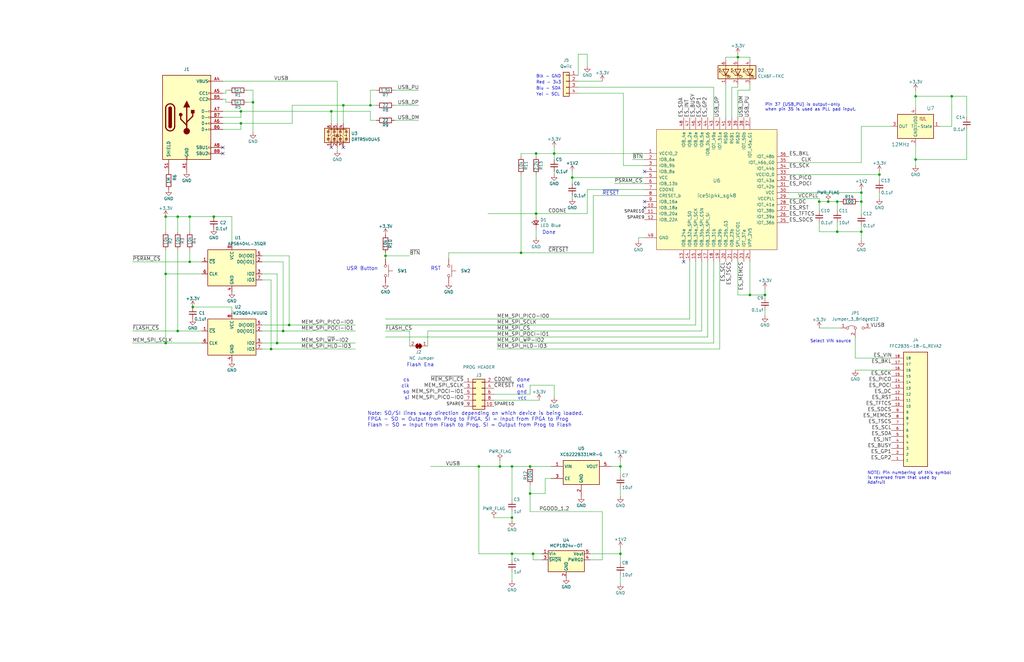
<source format=kicad_sch>
(kicad_sch (version 20211123) (generator eeschema)
  (paper "B")
  (title_block (title "up5k_feather") (date "2021-01-22") (rev "0.1") (company "KBADC"))
  (junction (at 69.85 115.57))
  (junction (at 226.06 90.17))
  (junction (at 215.9 196.85))
  (junction (at 90.17 91.44))
  (junction (at 80.01 110.49))
  (junction (at 241.3 74.93))
  (junction (at 201.93 196.85))
  (junction (at 101.6 46.99))
  (junction (at 223.52 196.85))
  (junction (at 80.01 91.44))
  (junction (at 74.93 139.7))
  (junction (at 114.3 147.32))
  (junction (at 322.58 124.46))
  (junction (at 363.22 85.09))
  (junction (at 401.32 40.64))
  (junction (at 353.06 85.09))
  (junction (at 215.9 218.44))
  (junction (at 316.23 124.46))
  (junction (at 121.92 137.16))
  (junction (at 261.62 196.85))
  (junction (at 226.06 64.77))
  (junction (at 74.93 91.44))
  (junction (at 233.68 64.77))
  (junction (at 162.56 107.95))
  (junction (at 69.85 144.78))
  (junction (at 223.52 208.28))
  (junction (at 363.22 81.28))
  (junction (at 69.85 91.44))
  (junction (at 311.15 24.13))
  (junction (at 345.44 85.09))
  (junction (at 156.21 44.45))
  (junction (at 261.62 233.68))
  (junction (at 101.6 52.07))
  (junction (at 224.79 233.68))
  (junction (at 215.9 233.68))
  (junction (at 119.38 139.7))
  (junction (at 144.78 44.45))
  (junction (at 219.71 106.68))
  (junction (at 386.08 67.31))
  (junction (at 353.06 97.79))
  (junction (at 370.84 73.66))
  (junction (at 349.25 85.09))
  (junction (at 139.7 46.99))
  (junction (at 363.22 97.79))
  (junction (at 81.28 129.54))
  (junction (at 106.68 43.18))
  (junction (at 386.08 40.64))
  (junction (at 210.82 196.85))
  (junction (at 116.84 144.78))
  (no_connect (at 144.78 62.23))
  (no_connect (at 93.98 62.23))
  (no_connect (at 93.98 64.77))
  (no_connect (at 271.78 72.39))
  (no_connect (at 288.29 110.49))
  (no_connect (at 271.78 87.63))
  (no_connect (at 271.78 85.09))
  (no_connect (at 139.7 62.23))
  (wire (pts (xy 110.49 137.16) (xy 121.92 137.16)))
  (wire (pts (xy 85.09 115.57) (xy 69.85 115.57)))
  (wire (pts (xy 101.6 46.99) (xy 139.7 46.99)))
  (wire (pts (xy 156.21 50.8) (xy 158.75 50.8)))
  (wire (pts (xy 298.45 142.24) (xy 298.45 110.49)))
  (wire (pts (xy 172.72 139.7) (xy 172.72 146.05)))
  (wire (pts (xy 156.21 46.99) (xy 156.21 50.8)))
  (wire (pts (xy 262.89 39.37) (xy 243.84 39.37)))
  (wire (pts (xy 229.87 208.28) (xy 223.52 208.28)))
  (wire (pts (xy 226.06 96.52) (xy 226.06 100.33)))
  (wire (pts (xy 360.68 151.13) (xy 375.92 151.13)))
  (wire (pts (xy 229.87 201.93) (xy 229.87 208.28)))
  (wire (pts (xy 93.98 41.91) (xy 95.25 41.91)))
  (wire (pts (xy 223.52 162.56) (xy 233.68 162.56)))
  (wire (pts (xy 201.93 233.68) (xy 215.9 233.68)))
  (wire (pts (xy 162.56 107.95) (xy 172.72 107.95)))
  (wire (pts (xy 250.19 106.68) (xy 219.71 106.68)))
  (wire (pts (xy 144.78 52.07) (xy 144.78 44.45)))
  (wire (pts (xy 208.28 218.44) (xy 215.9 218.44)))
  (wire (pts (xy 332.74 73.66) (xy 370.84 73.66)))
  (wire (pts (xy 162.56 134.62) (xy 290.83 134.62)))
  (wire (pts (xy 370.84 72.39) (xy 370.84 73.66)))
  (wire (pts (xy 386.08 38.1) (xy 386.08 40.64)))
  (wire (pts (xy 316.23 24.13) (xy 311.15 24.13)))
  (wire (pts (xy 224.79 233.68) (xy 228.6 233.68)))
  (wire (pts (xy 316.23 110.49) (xy 316.23 124.46)))
  (wire (pts (xy 233.68 64.77) (xy 233.68 67.31)))
  (wire (pts (xy 223.52 196.85) (xy 232.41 196.85)))
  (wire (pts (xy 110.49 115.57) (xy 116.84 115.57)))
  (wire (pts (xy 407.67 40.64) (xy 401.32 40.64)))
  (wire (pts (xy 345.44 138.43) (xy 354.33 138.43)))
  (wire (pts (xy 311.15 25.4) (xy 311.15 24.13)))
  (wire (pts (xy 116.84 144.78) (xy 149.86 144.78)))
  (wire (pts (xy 233.68 62.23) (xy 233.68 64.77)))
  (wire (pts (xy 90.17 91.44) (xy 80.01 91.44)))
  (wire (pts (xy 69.85 144.78) (xy 85.09 144.78)))
  (wire (pts (xy 345.44 85.09) (xy 345.44 88.9)))
  (wire (pts (xy 176.53 44.45) (xy 166.37 44.45)))
  (wire (pts (xy 114.3 147.32) (xy 149.86 147.32)))
  (wire (pts (xy 110.49 147.32) (xy 114.3 147.32)))
  (wire (pts (xy 241.3 82.55) (xy 241.3 83.82)))
  (wire (pts (xy 308.61 36.83) (xy 308.61 49.53)))
  (wire (pts (xy 104.14 38.1) (xy 106.68 38.1)))
  (wire (pts (xy 311.15 38.1) (xy 316.23 38.1)))
  (wire (pts (xy 226.06 64.77) (xy 233.68 64.77)))
  (wire (pts (xy 74.93 97.79) (xy 74.93 91.44)))
  (wire (pts (xy 261.62 205.74) (xy 261.62 209.55)))
  (wire (pts (xy 219.71 64.77) (xy 226.06 64.77)))
  (wire (pts (xy 311.15 35.56) (xy 311.15 36.83)))
  (wire (pts (xy 80.01 97.79) (xy 80.01 91.44)))
  (wire (pts (xy 81.28 129.54) (xy 97.79 129.54)))
  (wire (pts (xy 271.78 80.01) (xy 247.65 80.01)))
  (wire (pts (xy 316.23 38.1) (xy 316.23 35.56)))
  (wire (pts (xy 110.49 144.78) (xy 116.84 144.78)))
  (wire (pts (xy 360.68 142.24) (xy 360.68 151.13)))
  (wire (pts (xy 139.7 52.07) (xy 139.7 46.99)))
  (wire (pts (xy 69.85 91.44) (xy 69.85 97.79)))
  (wire (pts (xy 121.92 137.16) (xy 149.86 137.16)))
  (wire (pts (xy 363.22 68.58) (xy 363.22 53.34)))
  (wire (pts (xy 232.41 201.93) (xy 229.87 201.93)))
  (wire (pts (xy 226.06 90.17) (xy 226.06 91.44)))
  (wire (pts (xy 93.98 54.61) (xy 101.6 54.61)))
  (wire (pts (xy 247.65 22.86) (xy 247.65 27.94)))
  (wire (pts (xy 407.67 54.61) (xy 407.67 67.31)))
  (wire (pts (xy 55.88 110.49) (xy 80.01 110.49)))
  (wire (pts (xy 201.93 196.85) (xy 210.82 196.85)))
  (wire (pts (xy 119.38 139.7) (xy 149.86 139.7)))
  (wire (pts (xy 215.9 241.3) (xy 215.9 245.11)))
  (wire (pts (xy 261.62 194.31) (xy 261.62 196.85)))
  (wire (pts (xy 303.53 110.49) (xy 303.53 147.32)))
  (wire (pts (xy 293.37 137.16) (xy 293.37 110.49)))
  (wire (pts (xy 93.98 46.99) (xy 101.6 46.99)))
  (wire (pts (xy 271.78 77.47) (xy 259.08 77.47)))
  (wire (pts (xy 123.19 44.45) (xy 144.78 44.45)))
  (wire (pts (xy 219.71 106.68) (xy 219.71 73.66)))
  (wire (pts (xy 189.23 106.68) (xy 219.71 106.68)))
  (wire (pts (xy 95.25 43.18) (xy 96.52 43.18)))
  (wire (pts (xy 353.06 97.79) (xy 363.22 97.79)))
  (wire (pts (xy 295.91 139.7) (xy 295.91 110.49)))
  (wire (pts (xy 353.06 85.09) (xy 353.06 88.9)))
  (wire (pts (xy 271.78 69.85) (xy 262.89 69.85)))
  (wire (pts (xy 106.68 38.1) (xy 106.68 43.18)))
  (wire (pts (xy 106.68 43.18) (xy 106.68 55.88)))
  (wire (pts (xy 95.25 38.1) (xy 96.52 38.1)))
  (wire (pts (xy 311.15 110.49) (xy 311.15 124.46)))
  (wire (pts (xy 261.62 242.57) (xy 261.62 246.38)))
  (wire (pts (xy 353.06 93.98) (xy 353.06 97.79)))
  (wire (pts (xy 370.84 81.28) (xy 370.84 83.82)))
  (wire (pts (xy 223.52 215.9) (xy 223.52 208.28)))
  (wire (pts (xy 110.49 110.49) (xy 119.38 110.49)))
  (wire (pts (xy 271.78 67.31) (xy 266.7 67.31)))
  (wire (pts (xy 176.53 50.8) (xy 166.37 50.8)))
  (wire (pts (xy 210.82 196.85) (xy 215.9 196.85)))
  (wire (pts (xy 215.9 218.44) (xy 215.9 219.71)))
  (wire (pts (xy 363.22 53.34) (xy 375.92 53.34)))
  (wire (pts (xy 361.95 85.09) (xy 363.22 85.09)))
  (wire (pts (xy 345.44 93.98) (xy 345.44 97.79)))
  (wire (pts (xy 300.99 36.83) (xy 300.99 49.53)))
  (wire (pts (xy 345.44 85.09) (xy 349.25 85.09)))
  (wire (pts (xy 95.25 39.37) (xy 95.25 38.1)))
  (wire (pts (xy 142.24 63.5) (xy 142.24 62.23)))
  (wire (pts (xy 180.34 139.7) (xy 180.34 146.05)))
  (wire (pts (xy 363.22 81.28) (xy 363.22 85.09)))
  (wire (pts (xy 247.65 90.17) (xy 226.06 90.17)))
  (wire (pts (xy 271.78 74.93) (xy 241.3 74.93)))
  (wire (pts (xy 95.25 41.91) (xy 95.25 43.18)))
  (wire (pts (xy 243.84 34.29) (xy 254 34.29)))
  (wire (pts (xy 401.32 53.34) (xy 401.32 40.64)))
  (wire (pts (xy 142.24 52.07) (xy 142.24 34.29)))
  (wire (pts (xy 116.84 115.57) (xy 116.84 144.78)))
  (wire (pts (xy 271.78 82.55) (xy 250.19 82.55)))
  (wire (pts (xy 215.9 196.85) (xy 215.9 210.82)))
  (wire (pts (xy 386.08 67.31) (xy 407.67 67.31)))
  (wire (pts (xy 241.3 72.39) (xy 241.3 74.93)))
  (wire (pts (xy 386.08 67.31) (xy 386.08 69.85)))
  (wire (pts (xy 311.15 24.13) (xy 311.15 22.86)))
  (wire (pts (xy 233.68 72.39) (xy 233.68 73.66)))
  (wire (pts (xy 332.74 83.82) (xy 345.44 83.82)))
  (wire (pts (xy 97.79 102.87) (xy 97.79 91.44)))
  (wire (pts (xy 316.23 124.46) (xy 322.58 124.46)))
  (wire (pts (xy 69.85 105.41) (xy 69.85 115.57)))
  (wire (pts (xy 271.78 100.33) (xy 269.24 100.33)))
  (wire (pts (xy 261.62 231.14) (xy 261.62 233.68)))
  (wire (pts (xy 322.58 124.46) (xy 322.58 125.73)))
  (wire (pts (xy 156.21 38.1) (xy 156.21 44.45)))
  (wire (pts (xy 241.3 74.93) (xy 241.3 77.47)))
  (wire (pts (xy 370.84 73.66) (xy 370.84 76.2)))
  (wire (pts (xy 74.93 91.44) (xy 69.85 91.44)))
  (wire (pts (xy 110.49 139.7) (xy 119.38 139.7)))
  (wire (pts (xy 162.56 142.24) (xy 298.45 142.24)))
  (wire (pts (xy 215.9 196.85) (xy 223.52 196.85)))
  (wire (pts (xy 189.23 106.68) (xy 189.23 109.22)))
  (wire (pts (xy 158.75 38.1) (xy 156.21 38.1)))
  (wire (pts (xy 233.68 162.56) (xy 233.68 167.64)))
  (wire (pts (xy 208.28 166.37) (xy 223.52 166.37)))
  (wire (pts (xy 248.92 236.22) (xy 254 236.22)))
  (wire (pts (xy 223.52 208.28) (xy 223.52 204.47)))
  (wire (pts (xy 243.84 36.83) (xy 300.99 36.83)))
  (wire (pts (xy 110.49 107.95) (xy 121.92 107.95)))
  (wire (pts (xy 80.01 91.44) (xy 74.93 91.44)))
  (wire (pts (xy 162.56 109.22) (xy 162.56 107.95)))
  (wire (pts (xy 215.9 233.68) (xy 215.9 236.22)))
  (wire (pts (xy 181.61 196.85) (xy 201.93 196.85)))
  (wire (pts (xy 250.19 82.55) (xy 250.19 106.68)))
  (wire (pts (xy 104.14 43.18) (xy 106.68 43.18)))
  (wire (pts (xy 316.23 25.4) (xy 316.23 24.13)))
  (wire (pts (xy 349.25 85.09) (xy 353.06 85.09)))
  (wire (pts (xy 119.38 110.49) (xy 119.38 139.7)))
  (wire (pts (xy 290.83 134.62) (xy 290.83 110.49)))
  (wire (pts (xy 226.06 73.66) (xy 226.06 90.17)))
  (wire (pts (xy 110.49 118.11) (xy 114.3 118.11)))
  (wire (pts (xy 311.15 36.83) (xy 308.61 36.83)))
  (wire (pts (xy 254 215.9) (xy 223.52 215.9)))
  (wire (pts (xy 306.07 35.56) (xy 306.07 49.53)))
  (wire (pts (xy 262.89 69.85) (xy 262.89 39.37)))
  (wire (pts (xy 407.67 40.64) (xy 407.67 49.53)))
  (wire (pts (xy 180.34 139.7) (xy 295.91 139.7)))
  (wire (pts (xy 396.24 53.34) (xy 401.32 53.34)))
  (wire (pts (xy 93.98 34.29) (xy 142.24 34.29)))
  (wire (pts (xy 233.68 64.77) (xy 271.78 64.77)))
  (wire (pts (xy 363.22 95.25) (xy 363.22 97.79)))
  (wire (pts (xy 114.3 118.11) (xy 114.3 147.32)))
  (wire (pts (xy 311.15 38.1) (xy 311.15 49.53)))
  (wire (pts (xy 386.08 60.96) (xy 386.08 67.31)))
  (wire (pts (xy 401.32 40.64) (xy 386.08 40.64)))
  (wire (pts (xy 144.78 44.45) (xy 156.21 44.45)))
  (wire (pts (xy 363.22 97.79) (xy 363.22 101.6)))
  (wire (pts (xy 69.85 115.57) (xy 69.85 144.78)))
  (wire (pts (xy 303.53 147.32) (xy 209.55 147.32)))
  (wire (pts (xy 363.22 80.01) (xy 363.22 81.28)))
  (wire (pts (xy 363.22 85.09) (xy 363.22 90.17)))
  (wire (pts (xy 139.7 46.99) (xy 156.21 46.99)))
  (wire (pts (xy 208.28 168.91) (xy 227.33 168.91)))
  (wire (pts (xy 375.92 156.21) (xy 360.68 156.21)))
  (wire (pts (xy 55.88 144.78) (xy 69.85 144.78)))
  (wire (pts (xy 80.01 105.41) (xy 80.01 110.49)))
  (wire (pts (xy 300.99 110.49) (xy 300.99 144.78)))
  (wire (pts (xy 74.93 139.7) (xy 85.09 139.7)))
  (wire (pts (xy 97.79 91.44) (xy 90.17 91.44)))
  (wire (pts (xy 215.9 233.68) (xy 224.79 233.68)))
  (wire (pts (xy 162.56 137.16) (xy 293.37 137.16)))
  (wire (pts (xy 223.52 166.37) (xy 223.52 162.56)))
  (wire (pts (xy 332.74 68.58) (xy 363.22 68.58)))
  (wire (pts (xy 172.72 139.7) (xy 162.56 139.7)))
  (wire (pts (xy 121.92 107.95) (xy 121.92 137.16)))
  (wire (pts (xy 261.62 233.68) (xy 261.62 237.49)))
  (wire (pts (xy 55.88 139.7) (xy 74.93 139.7)))
  (wire (pts (xy 101.6 49.53) (xy 101.6 46.99)))
  (wire (pts (xy 101.6 52.07) (xy 123.19 52.07)))
  (wire (pts (xy 219.71 64.77) (xy 219.71 66.04)))
  (wire (pts (xy 201.93 196.85) (xy 201.93 233.68)))
  (wire (pts (xy 166.37 38.1) (xy 176.53 38.1)))
  (wire (pts (xy 224.79 236.22) (xy 228.6 236.22)))
  (wire (pts (xy 345.44 97.79) (xy 353.06 97.79)))
  (wire (pts (xy 93.98 39.37) (xy 95.25 39.37)))
  (wire (pts (xy 93.98 52.07) (xy 101.6 52.07)))
  (wire (pts (xy 156.21 44.45) (xy 158.75 44.45)))
  (wire (pts (xy 353.06 85.09) (xy 354.33 85.09)))
  (wire (pts (xy 93.98 49.53) (xy 101.6 49.53)))
  (wire (pts (xy 247.65 80.01) (xy 247.65 90.17)))
  (wire (pts (xy 210.82 194.31) (xy 210.82 196.85)))
  (wire (pts (xy 254 236.22) (xy 254 215.9)))
  (wire (pts (xy 300.99 144.78) (xy 209.55 144.78)))
  (wire (pts (xy 345.44 83.82) (xy 345.44 85.09)))
  (wire (pts (xy 261.62 196.85) (xy 261.62 200.66)))
  (wire (pts (xy 306.07 25.4) (xy 306.07 24.13)))
  (wire (pts (xy 316.23 124.46) (xy 311.15 124.46)))
  (wire (pts (xy 243.84 22.86) (xy 247.65 22.86)))
  (wire (pts (xy 306.07 24.13) (xy 311.15 24.13)))
  (wire (pts (xy 322.58 130.81) (xy 322.58 133.35)))
  (wire (pts (xy 243.84 31.75) (xy 243.84 22.86)))
  (wire (pts (xy 74.93 105.41) (xy 74.93 139.7)))
  (wire (pts (xy 97.79 132.08) (xy 97.79 129.54)))
  (wire (pts (xy 101.6 54.61) (xy 101.6 52.07)))
  (wire (pts (xy 257.81 196.85) (xy 261.62 196.85)))
  (wire (pts (xy 322.58 121.92) (xy 322.58 124.46)))
  (wire (pts (xy 123.19 52.07) (xy 123.19 44.45)))
  (wire (pts (xy 386.08 40.64) (xy 386.08 45.72)))
  (wire (pts (xy 332.74 81.28) (xy 363.22 81.28)))
  (wire (pts (xy 215.9 215.9) (xy 215.9 218.44)))
  (wire (pts (xy 248.92 233.68) (xy 261.62 233.68)))
  (wire (pts (xy 269.24 100.33) (xy 269.24 101.6)))
  (wire (pts (xy 162.56 107.95) (xy 162.56 106.68)))
  (wire (pts (xy 205.74 90.17) (xy 226.06 90.17)))
  (wire (pts (xy 80.01 110.49) (xy 85.09 110.49)))
  (wire (pts (xy 224.79 233.68) (xy 224.79 236.22)))
  (wire (pts (xy 226.06 64.77) (xy 226.06 66.04)))
  (text "vcc" (at 222.25 168.91 180) (effects (font (size 1.524 1.524)) (justify right bottom)))
  (text "done" (at 223.52 161.29 180) (effects (font (size 1.524 1.524)) (justify right bottom)))
  (text "Yel - SCL" (at 226.06 40.64 0) (effects (font (size 1.27 1.27)) (justify left bottom)))
  (text "RST" (at 181.61 114.3 0) (effects (font (size 1.524 1.524)) (justify left bottom)))
  (text "Blk - GND" (at 226.06 33.02 0) (effects (font (size 1.27 1.27)) (justify left bottom)))
  (text "USR Button" (at 146.05 114.3 0) (effects (font (size 1.524 1.524)) (justify left bottom)))
  (text "Red - 3v3" (at 226.06 35.56 0) (effects (font (size 1.27 1.27)) (justify left bottom)))
  (text "Note: SO/SI lines swap direction depending on which device is being loaded.\nFPGA - SO = Output from Prog to FPGA, SI = Input from FPGA to Prog\nFlash - SO = Input from Flash to Prog, SI = Output from Prog to Flash" (at 154.94 180.34 0) (effects (font (size 1.524 1.524)) (justify left bottom)))
  (text "Done" (at 228.6 99.06 0) (effects (font (size 1.524 1.524)) (justify left bottom)))
  (text "so" (at 172.72 166.37 180) (effects (font (size 1.524 1.524)) (justify right bottom)))
  (text "gnd" (at 222.25 166.37 180) (effects (font (size 1.524 1.524)) (justify right bottom)))
  (text "Flash Ena" (at 171.45 154.94 0) (effects (font (size 1.524 1.524)) (justify left bottom)))
  (text "cs" (at 172.72 161.29 180) (effects (font (size 1.524 1.524)) (justify right bottom)))
  (text "clk" (at 172.72 163.83 180) (effects (font (size 1.524 1.524)) (justify right bottom)))
  (text "Pin 37 (USB_PU) is output-only\nwhen pin 35 is used as PLL pad input." (at 322.58 46.99 0) (effects (font (size 1.27 1.27)) (justify left bottom)))
  (text "NOTE: Pin numbering of this symbol\nis reversed from that used by\nAdafruit " (at 365.76 204.47 0) (effects (font (size 1.27 1.27)) (justify left bottom)))
  (text "Blu - SDA" (at 226.06 38.1 0) (effects (font (size 1.27 1.27)) (justify left bottom)))
  (text "rst" (at 220.98 163.83 180) (effects (font (size 1.524 1.524)) (justify right bottom)))
  (text "~{RESET}" (at 254 82.55 0) (effects (font (size 1.524 1.524)) (justify left bottom)))
  (text "si" (at 172.72 168.91 180) (effects (font (size 1.524 1.524)) (justify right bottom)))
  (text "Select VIN source" (at 341.63 144.78 0) (effects (font (size 1.27 1.27)) (justify left bottom)))
  (label "VUSB" (at 187.96 196.85 0) (effects (font (size 1.524 1.524))))
  (label "ES_INT" (at 375.92 186.69 180) (effects (font (size 1.524 1.524))))
  (label "CDONE" (at 208.28 161.29 0) (effects (font (size 1.524 1.524))))
  (label "ES_RST" (at 375.92 168.91 180) (effects (font (size 1.524 1.524))))
  (label "ES_MEMCS" (at 313.69 110.49 270) (effects (font (size 1.524 1.524))))
  (label "VUSB" (at 115.57 34.29 0) (effects (font (size 1.524 1.524))))
  (label "ES_TFTCS" (at 375.92 171.45 180) (effects (font (size 1.524 1.524))))
  (label "~{MEM_SPI_CS}" (at 195.58 161.29 180) (effects (font (size 1.524 1.524))))
  (label "MEM_SPI_~{HLD}-IO3" (at 127 147.32 0) (effects (font (size 1.524 1.524))))
  (label "ES_INT" (at 290.83 49.53 90) (effects (font (size 1.524 1.524))))
  (label "ES_GP2" (at 375.92 194.31 180) (effects (font (size 1.524 1.524))))
  (label "ES_VIN" (at 368.3 151.13 0) (effects (font (size 1.524 1.524))))
  (label "MEM_SPI_~{WP}-IO2" (at 209.55 144.78 0) (effects (font (size 1.524 1.524))))
  (label "ES_TSCS" (at 308.61 110.49 270) (effects (font (size 1.524 1.524))))
  (label "MEM_SPI_PICO-IO0" (at 209.55 134.62 0) (effects (font (size 1.524 1.524))))
  (label "ES_POCI" (at 332.74 78.74 0) (effects (font (size 1.524 1.524))))
  (label "MEM_SPI_SCLK" (at 55.88 144.78 0) (effects (font (size 1.524 1.524))))
  (label "ES_SCK" (at 375.92 158.75 180) (effects (font (size 1.524 1.524))))
  (label "VUSB" (at 367.03 138.43 0) (effects (font (size 1.524 1.524))))
  (label "MEM_SPI_POCI-IO1" (at 127 139.7 0) (effects (font (size 1.524 1.524))))
  (label "USB_DM" (at 313.69 49.53 90) (effects (font (size 1.524 1.524))))
  (label "VCCPLL" (at 336.55 83.82 0) (effects (font (size 1.524 1.524))))
  (label "PGOOD_1.2" (at 227.33 215.9 0) (effects (font (size 1.524 1.524))))
  (label "~{FLASH_CS}" (at 55.88 139.7 0) (effects (font (size 1.524 1.524))))
  (label "~{MEM_SPI_CS}" (at 209.55 139.7 0) (effects (font (size 1.524 1.524))))
  (label "USB_PU" (at 316.23 49.53 90) (effects (font (size 1.524 1.524))))
  (label "ES_PICO" (at 375.92 161.29 180) (effects (font (size 1.524 1.524))))
  (label "MEM_SPI_POCI-IO1" (at 195.58 166.37 180) (effects (font (size 1.524 1.524))))
  (label "SPARE10" (at 208.28 171.45 0))
  (label "~{BTN}" (at 172.72 107.95 0) (effects (font (size 1.524 1.524))))
  (label "ES_GP1" (at 375.92 191.77 180) (effects (font (size 1.524 1.524))))
  (label "ES_DC" (at 375.92 166.37 180) (effects (font (size 1.524 1.524))))
  (label "ES_POCI" (at 375.92 163.83 180) (effects (font (size 1.524 1.524))))
  (label "ES_GP1" (at 295.91 49.53 90) (effects (font (size 1.524 1.524))))
  (label "ES_BKL" (at 332.74 66.04 0) (effects (font (size 1.524 1.524))))
  (label "SPARE9" (at 271.78 92.71 180))
  (label "ES_DC" (at 332.74 86.36 0) (effects (font (size 1.524 1.524))))
  (label "ES_MEMCS" (at 375.92 176.53 180) (effects (font (size 1.524 1.524))))
  (label "ES_SDA" (at 288.29 49.53 90) (effects (font (size 1.524 1.524))))
  (label "ES_SDCS" (at 332.74 93.98 0) (effects (font (size 1.524 1.524))))
  (label "~{PSRAM_CS}" (at 55.88 110.49 0) (effects (font (size 1.524 1.524))))
  (label "~{PSRAM_CS}" (at 259.08 77.47 0) (effects (font (size 1.524 1.524))))
  (label "MEM_SPI_~{WP}-IO2" (at 127 144.78 0) (effects (font (size 1.524 1.524))))
  (label "SPARE9" (at 195.58 171.45 180))
  (label "ES_SDCS" (at 375.92 173.99 180) (effects (font (size 1.524 1.524))))
  (label "ES_SCK" (at 332.74 71.12 0) (effects (font (size 1.524 1.524))))
  (label "ES_GP2" (at 298.45 49.53 90) (effects (font (size 1.524 1.524))))
  (label "MEM_SPI_POCI-IO1" (at 209.55 142.24 0) (effects (font (size 1.524 1.524))))
  (label "ES_PICO" (at 332.74 76.2 0) (effects (font (size 1.524 1.524))))
  (label "MEM_SPI_~{HLD}-IO3" (at 209.55 147.32 0) (effects (font (size 1.524 1.524))))
  (label "MEM_SPI_PICO-IO0" (at 127 137.16 0) (effects (font (size 1.524 1.524))))
  (label "ES_SCL" (at 306.07 110.49 270) (effects (font (size 1.524 1.524))))
  (label "SPARE10" (at 271.78 90.17 180))
  (label "~{BTN}" (at 266.7 67.31 0) (effects (font (size 1.524 1.524))))
  (label "~{CRESET}" (at 231.14 106.68 0) (effects (font (size 1.524 1.524))))
  (label "ES_RST" (at 332.74 88.9 0) (effects (font (size 1.524 1.524))))
  (label "USB_DP" (at 167.64 44.45 0) (effects (font (size 1.524 1.524))))
  (label "USB_DP" (at 303.53 49.53 90) (effects (font (size 1.524 1.524))))
  (label "ES_TFTCS" (at 332.74 91.44 0) (effects (font (size 1.524 1.524))))
  (label "~{FLASH_CS}" (at 162.56 139.7 0) (effects (font (size 1.524 1.524))))
  (label "MEM_SPI_SCLK" (at 209.55 137.16 0) (effects (font (size 1.524 1.524))))
  (label "ES_BUSY" (at 293.37 49.53 90) (effects (font (size 1.524 1.524))))
  (label "MEM_SPI_SCLK" (at 195.58 163.83 180) (effects (font (size 1.524 1.524))))
  (label "USB_DM" (at 167.64 50.8 0) (effects (font (size 1.524 1.524))))
  (label "~{CRESET}" (at 208.28 163.83 0) (effects (font (size 1.524 1.524))))
  (label "CDONE" (at 231.14 90.17 0) (effects (font (size 1.524 1.524))))
  (label "ES_TSCS" (at 375.92 179.07 180) (effects (font (size 1.524 1.524))))
  (label "MEM_SPI_PICO-IO0" (at 195.58 168.91 180) (effects (font (size 1.524 1.524))))
  (label "CLK" (at 337.82 68.58 0) (effects (font (size 1.524 1.524))))
  (label "ES_SCL" (at 375.92 181.61 180) (effects (font (size 1.524 1.524))))
  (label "ES_BUSY" (at 375.92 189.23 180) (effects (font (size 1.524 1.524))))
  (label "ES_BKL" (at 375.92 153.67 180) (effects (font (size 1.524 1.524))))
  (label "ES_SDA" (at 375.92 184.15 180) (effects (font (size 1.524 1.524))))
  (label "USB_PU" (at 167.64 38.1 0) (effects (font (size 1.524 1.524))))
  (symbol (lib_id "power:GND") (at 238.76 243.84 0) (unit 1)
    (property "Reference" "#PWR020" (effects hide))
    (property "Value" "GND" (at 238.76 247.65 0))
  )
  (symbol (lib_id "power:+3.3V") (at 261.62 194.31 0) (unit 1)
    (property "Reference" "#PWR024" (effects hide))
    (property "Value" "+3.3V" (at 261.62 190.754 0))
  )
  (symbol (lib_id "power:+1V2") (at 261.62 231.14 0) (unit 1)
    (property "Reference" "#PWR026" (effects hide))
    (property "Value" "+1V2" (at 261.62 227.584 0))
  )
  (symbol (lib_id "Device:C_Small") (at 215.9 213.36 0) (unit 1)
    (property "Reference" "C3" (at 216.535 210.82 0) (effects (justify left)))
    (property "Value" "1uf" (at 216.535 215.9 0) (effects (justify left)))
    (property "Footprint" "Capacitor_SMD:C_0402_1005Metric" (effects hide))
  )
  (symbol (lib_id "Device:C_Small") (at 215.9 238.76 0) (unit 1)
    (property "Reference" "C4" (at 216.535 236.22 0) (effects (justify left)))
    (property "Value" "1uf" (at 216.535 241.3 0) (effects (justify left)))
    (property "Footprint" "Capacitor_SMD:C_0402_1005Metric" (effects hide))
  )
  (symbol (lib_id "power:GND") (at 215.9 245.11 0) (unit 1)
    (property "Reference" "#PWR015" (effects hide))
    (property "Value" "GND" (at 215.9 248.92 0))
  )
  (symbol (lib_id "power:GND") (at 261.62 246.38 0) (unit 1)
    (property "Reference" "#PWR027" (effects hide))
    (property "Value" "GND" (at 261.62 250.19 0))
  )
  (symbol (lib_id "power:GND") (at 245.11 209.55 0) (unit 1)
    (property "Reference" "#PWR023" (effects hide))
    (property "Value" "GND" (at 245.11 213.36 0))
  )
  (symbol (lib_id "power:GND") (at 261.62 209.55 0) (unit 1)
    (property "Reference" "#PWR025" (effects hide))
    (property "Value" "GND" (at 261.62 213.36 0))
  )
  (symbol (lib_id "power:GND") (at 215.9 219.71 0) (unit 1)
    (property "Reference" "#PWR014" (effects hide))
    (property "Value" "GND" (at 215.9 223.52 0))
  )
  (symbol (lib_id "Device:C_Small") (at 261.62 203.2 0) (unit 1)
    (property "Reference" "C7" (at 262.255 200.66 0) (effects (justify left)))
    (property "Value" "10uf" (at 262.255 205.74 0) (effects (justify left)))
    (property "Footprint" "Capacitor_SMD:C_0805_2012Metric" (effects hide))
  )
  (symbol (lib_id "Device:C_Small") (at 261.62 240.03 0) (unit 1)
    (property "Reference" "C8" (at 262.255 237.49 0) (effects (justify left)))
    (property "Value" "10uf" (at 262.255 242.57 0) (effects (justify left)))
    (property "Footprint" "Capacitor_SMD:C_0805_2012Metric" (effects hide))
  )
  (symbol (lib_id "power:+3.3V") (at 233.68 62.23 0) (unit 1)
    (property "Reference" "#PWR018" (effects hide))
    (property "Value" "+3.3V" (at 233.68 58.674 0))
  )
  (symbol (lib_id "Device:C_Small") (at 241.3 80.01 0) (unit 1)
    (property "Reference" "C6" (at 241.935 77.47 0) (effects (justify left)))
    (property "Value" "0.1uf" (at 241.935 82.55 0) (effects (justify left)))
    (property "Footprint" "Capacitor_SMD:C_0402_1005Metric" (effects hide))
  )
  (symbol (lib_id "power:GND") (at 241.3 83.82 0) (unit 1)
    (property "Reference" "#PWR022" (effects hide))
    (property "Value" "GND" (at 241.3 87.63 0))
  )
  (symbol (lib_id "power:+1V2") (at 241.3 72.39 0) (unit 1)
    (property "Reference" "#PWR021" (effects hide))
    (property "Value" "+1V2" (at 241.3 68.834 0))
  )
  (symbol (lib_id "Device:R") (at 226.06 69.85 0) (unit 1)
    (property "Reference" "R13" (at 228.092 69.85 90))
    (property "Value" "2.2k" (at 226.06 69.85 90))
    (property "Footprint" "Resistor_SMD:R_0402_1005Metric" (effects hide))
  )
  (symbol (lib_id "Device:C_Small") (at 233.68 69.85 0) (unit 1)
    (property "Reference" "C5" (at 234.315 67.31 0) (effects (justify left)))
    (property "Value" "0.1uf" (at 234.315 72.39 0) (effects (justify left)))
    (property "Footprint" "Capacitor_SMD:C_0402_1005Metric" (effects hide))
  )
  (symbol (lib_id "power:GND") (at 233.68 73.66 0) (unit 1)
    (property "Reference" "#PWR019" (effects hide))
    (property "Value" "GND" (at 233.68 77.47 0))
  )
  (symbol (lib_id "power:GND") (at 226.06 100.33 0) (unit 1)
    (property "Reference" "#PWR017" (effects hide))
    (property "Value" "GND" (at 226.06 104.14 0))
  )
  (symbol (lib_id "Device:R") (at 219.71 69.85 0) (unit 1)
    (property "Reference" "R11" (at 221.742 69.85 90))
    (property "Value" "10k" (at 219.71 69.85 90))
    (property "Footprint" "Resistor_SMD:R_0402_1005Metric" (effects hide))
  )
  (symbol (lib_id "power:+3.3V") (at 311.15 22.86 0) (unit 1)
    (property "Reference" "#PWR029" (effects hide))
    (property "Value" "+3.3V" (at 311.15 19.304 0))
  )
  (symbol (lib_id "Device:C_Small") (at 370.84 78.74 0) (unit 1)
    (property "Reference" "C13" (at 371.475 76.2 0) (effects (justify left)))
    (property "Value" "0.1uf" (at 371.475 81.28 0) (effects (justify left)))
    (property "Footprint" "Capacitor_SMD:C_0402_1005Metric" (effects hide))
  )
  (symbol (lib_id "power:+1V2") (at 363.22 80.01 0) (unit 1)
    (property "Reference" "#PWR034" (effects hide))
    (property "Value" "+1V2" (at 363.22 76.454 0))
  )
  (symbol (lib_id "Device:C_Small") (at 345.44 91.44 0) (unit 1)
    (property "Reference" "C10" (at 346.075 88.9 0) (effects (justify left)))
    (property "Value" "0.1uf" (at 346.075 93.98 0) (effects (justify left)))
    (property "Footprint" "Capacitor_SMD:C_0402_1005Metric" (effects hide))
  )
  (symbol (lib_id "Device:R") (at 358.14 85.09 90) (unit 1)
    (property "Reference" "R14" (at 358.14 83.058 90))
    (property "Value" "100" (at 358.14 85.09 90))
    (property "Footprint" "Resistor_SMD:R_0402_1005Metric" (effects hide))
  )
  (symbol (lib_id "Device:C_Small") (at 363.22 92.71 0) (unit 1)
    (property "Reference" "C12" (at 363.855 90.17 0) (effects (justify left)))
    (property "Value" "0.1uf" (at 363.855 95.25 0) (effects (justify left)))
    (property "Footprint" "Capacitor_SMD:C_0402_1005Metric" (effects hide))
  )
  (symbol (lib_id "Device:C_Small") (at 353.06 91.44 0) (unit 1)
    (property "Reference" "C11" (at 353.695 88.9 0) (effects (justify left)))
    (property "Value" "10uf" (at 353.695 93.98 0) (effects (justify left)))
    (property "Footprint" "Capacitor_SMD:C_0805_2012Metric" (effects hide))
  )
  (symbol (lib_id "power:GND") (at 370.84 83.82 0) (unit 1)
    (property "Reference" "#PWR037" (effects hide))
    (property "Value" "GND" (at 370.84 87.63 0))
  )
  (symbol (lib_id "power:GND") (at 363.22 101.6 0) (unit 1)
    (property "Reference" "#PWR035" (effects hide))
    (property "Value" "GND" (at 363.22 105.41 0))
  )
  (symbol (lib_id "Device:C_Small") (at 322.58 128.27 0) (mirror y) (unit 1)
    (property "Reference" "C9" (at 321.945 125.73 0) (effects (justify left)))
    (property "Value" "0.1uf" (at 321.945 130.81 0) (effects (justify left)))
    (property "Footprint" "Capacitor_SMD:C_0402_1005Metric" (effects hide))
  )
  (symbol (lib_id "power:GND") (at 322.58 133.35 0) (mirror y) (unit 1)
    (property "Reference" "#PWR031" (effects hide))
    (property "Value" "GND" (at 322.58 137.16 0))
  )
  (symbol (lib_id "power:GND") (at 269.24 101.6 0) (unit 1)
    (property "Reference" "#PWR028" (effects hide))
    (property "Value" "GND" (at 269.24 105.41 0))
  )
  (symbol (lib_id "power:+3.3V") (at 322.58 121.92 0) (mirror y) (unit 1)
    (property "Reference" "#PWR030" (effects hide))
    (property "Value" "+3.3V" (at 322.58 118.364 0))
  )
  (symbol (lib_id "power:+3.3V") (at 370.84 72.39 0) (unit 1)
    (property "Reference" "#PWR036" (effects hide))
    (property "Value" "+3.3V" (at 370.84 68.834 0))
  )
  (symbol (lib_id "emeb_library:ice5lp4k_sg48") (at 302.26 80.01 0) (unit 1)
    (property "Reference" "U6" (at 302.26 76.2 0) (effects (font (size 1.524 1.524))))
    (property "Value" "ice5lp4k_sg48" (at 302.26 82.55 0) (effects (font (size 1.524 1.524))))
    (property "Footprint" "Package_DFN_QFN:QFN-48-1EP_7x7mm_P0.5mm_EP5.3x5.3mm" (effects hide))
  )
  (symbol (lib_id "power:PWR_FLAG") (at 210.82 194.31 0) (unit 1)
    (property "Reference" "#FLG02" (effects hide))
    (property "Value" "PWR_FLAG" (at 210.82 190.5 0))
  )
  (symbol (lib_id "power:PWR_FLAG") (at 208.28 218.44 0) (unit 1)
    (property "Reference" "#FLG01" (effects hide))
    (property "Value" "PWR_FLAG" (at 208.28 214.63 0))
  )
  (symbol (lib_id "power:GND") (at 71.12 80.01 0) (unit 1)
    (property "Reference" "#PWR08" (effects hide))
    (property "Value" "GND" (at 71.12 83.82 0))
  )
  (symbol (lib_id "Device:R") (at 162.56 44.45 270) (unit 1)
    (property "Reference" "R8" (at 162.56 46.482 90))
    (property "Value" "22" (at 162.56 44.45 90))
    (property "Footprint" "Resistor_SMD:R_0402_1005Metric" (effects hide))
  )
  (symbol (lib_id "Device:R") (at 162.56 50.8 270) (unit 1)
    (property "Reference" "R9" (at 162.56 52.832 90))
    (property "Value" "22" (at 162.56 50.8 90))
    (property "Footprint" "Resistor_SMD:R_0402_1005Metric" (effects hide))
  )
  (symbol (lib_id "Device:R") (at 162.56 38.1 270) (unit 1)
    (property "Reference" "R7" (at 162.56 40.132 90))
    (property "Value" "1.5k" (at 162.56 38.1 90))
    (property "Footprint" "Resistor_SMD:R_0402_1005Metric" (effects hide))
  )
  (symbol (lib_id "Device:C_Small") (at 407.67 52.07 0) (mirror y) (unit 1)
    (property "Reference" "C14" (at 407.035 49.53 0) (effects (justify left)))
    (property "Value" "0.1uf" (at 407.035 54.61 0) (effects (justify left)))
    (property "Footprint" "Capacitor_SMD:C_0402_1005Metric" (effects hide))
  )
  (symbol (lib_id "power:GND") (at 386.08 69.85 0) (mirror y) (unit 1)
    (property "Reference" "#PWR039" (effects hide))
    (property "Value" "GND" (at 386.08 73.66 0))
  )
  (symbol (lib_id "power:+3.3V") (at 386.08 38.1 0) (mirror y) (unit 1)
    (property "Reference" "#PWR038" (effects hide))
    (property "Value" "+3.3V" (at 386.08 34.544 0))
  )
  (symbol (lib_id "Jumper:SolderJumper_2_Bridged") (at 176.53 146.05 180) (unit 1)
    (property "Reference" "J2" (at 176.53 148.59 0))
    (property "Value" "NC Jumper" (at 177.8 151.13 0))
    (property "Footprint" "Jumper:SolderJumper-2_P1.3mm_Bridged_RoundedPad1.0x1.5mm" (effects hide))
  )
  (symbol (lib_id "Memory_Flash:W25Q32JVSS") (at 97.79 113.03 0) (unit 1)
    (property "Reference" "U1" (at 100.33 100.33 0))
    (property "Value" "APS6404L-3SQR" (at 104.14 102.87 0))
    (property "Footprint" "emeb_library:USON-8_2x3" (effects hide))
    (property "Datasheet" "http://www.winbond.com/resource-files/w25q32jv%20revg%2003272018%20plus.pdf" (effects hide))
  )
  (symbol (lib_id "Memory_Flash:W25Q32JVSS") (at 97.79 142.24 0) (unit 1)
    (property "Reference" "U2" (at 100.33 129.54 0))
    (property "Value" "W25Q64JWUUIQ" (at 105.41 132.08 0))
    (property "Footprint" "emeb_library:USON-8_4x3" (effects hide))
    (property "Datasheet" "http://www.winbond.com/resource-files/w25q32jv%20revg%2003272018%20plus.pdf" (effects hide))
  )
  (symbol (lib_id "Device:R") (at 80.01 101.6 0) (unit 1)
    (property "Reference" "R4" (at 82.042 101.6 90))
    (property "Value" "10k" (at 80.01 101.6 90))
    (property "Footprint" "Resistor_SMD:R_0402_1005Metric" (effects hide))
  )
  (symbol (lib_id "Device:R") (at 74.93 101.6 0) (unit 1)
    (property "Reference" "R3" (at 76.962 101.6 90))
    (property "Value" "10k" (at 74.93 101.6 90))
    (property "Footprint" "Resistor_SMD:R_0402_1005Metric" (effects hide))
  )
  (symbol (lib_id "Device:R") (at 69.85 101.6 0) (unit 1)
    (property "Reference" "R2" (at 71.882 101.6 90))
    (property "Value" "10k" (at 69.85 101.6 90))
    (property "Footprint" "Resistor_SMD:R_0402_1005Metric" (effects hide))
  )
  (symbol (lib_id "power:+3.3V") (at 69.85 91.44 0) (unit 1)
    (property "Reference" "#PWR02" (effects hide))
    (property "Value" "+3.3V" (at 69.85 87.884 0))
  )
  (symbol (lib_id "Device:C_Small") (at 90.17 93.98 0) (unit 1)
    (property "Reference" "C2" (at 92.71 93.98 0) (effects (justify left)))
    (property "Value" "0.1uf" (at 90.805 96.52 0) (effects (justify left)))
    (property "Footprint" "Capacitor_SMD:C_0402_1005Metric" (effects hide))
  )
  (symbol (lib_id "Connector_Generic:Conn_02x05_Odd_Even") (at 200.66 166.37 0) (unit 1)
    (property "Reference" "J3" (at 201.93 158.3182 0))
    (property "Value" "PROG HEADER" (at 201.93 154.94 0))
    (property "Footprint" "Connector_PinHeader_1.27mm:PinHeader_2x05_P1.27mm_Vertical_SMD" (effects hide))
  )
  (symbol (lib_id "power:GND") (at 233.68 167.64 0) (mirror y) (unit 1)
    (property "Reference" "#PWR016" (effects hide))
    (property "Value" "GND" (at 233.68 171.45 0))
  )
  (symbol (lib_id "power:PWR_FLAG") (at 349.25 85.09 0) (unit 1)
    (property "Reference" "#FLG03" (effects hide))
    (property "Value" "PWR_FLAG" (at 349.25 81.28 0))
  )
  (symbol (lib_id "power:GND") (at 90.17 96.52 0) (unit 1)
    (property "Reference" "#PWR05" (effects hide))
    (property "Value" "GND" (at 90.17 100.33 0))
  )
  (symbol (lib_id "power:+3.3V") (at 227.33 168.91 0) (mirror y) (unit 1)
    (property "Reference" "#PWR013" (effects hide))
    (property "Value" "+3.3V" (at 227.33 165.354 0))
  )
  (symbol (lib_id "power:GND") (at 97.79 123.19 0) (unit 1)
    (property "Reference" "#PWR06" (effects hide))
    (property "Value" "GND" (at 97.79 127 0))
  )
  (symbol (lib_id "power:GND") (at 97.79 152.4 0) (unit 1)
    (property "Reference" "#PWR07" (effects hide))
    (property "Value" "GND" (at 97.79 156.21 0))
  )
  (symbol (lib_id "power:+3.3V") (at 81.28 129.54 0) (unit 1)
    (property "Reference" "#PWR03" (effects hide))
    (property "Value" "+3.3V" (at 81.28 125.984 0))
  )
  (symbol (lib_id "Device:C_Small") (at 81.28 132.08 0) (unit 1)
    (property "Reference" "C1" (at 83.82 132.08 0) (effects (justify left)))
    (property "Value" "0.1uf" (at 81.915 134.62 0) (effects (justify left)))
    (property "Footprint" "Capacitor_SMD:C_0402_1005Metric" (effects hide))
  )
  (symbol (lib_id "power:GND") (at 81.28 134.62 0) (unit 1)
    (property "Reference" "#PWR04" (effects hide))
    (property "Value" "GND" (at 81.28 138.43 0))
  )
  (symbol (lib_id "emeb_library:MCP1824x-OT") (at 238.76 236.22 0) (unit 1)
    (property "Reference" "U4" (at 238.76 227.965 0))
    (property "Value" "MCP1824x-OT" (at 238.76 230.2764 0))
    (property "Footprint" "Package_TO_SOT_SMD:SOT-23-5" (effects hide))
    (property "Datasheet" "http://ww1.microchip.com/downloads/en/DeviceDoc/21350E.pdf" (effects hide))
  )
  (symbol (lib_id "Device:R") (at 223.52 200.66 180) (unit 1)
    (property "Reference" "R12" (at 221.488 200.66 90))
    (property "Value" "100k" (at 223.52 200.66 90))
    (property "Footprint" "Resistor_SMD:R_0402_1005Metric" (effects hide))
  )
  (symbol (lib_id "Device:R") (at 71.12 76.2 180) (unit 1)
    (property "Reference" "R6" (at 73.66 74.93 90))
    (property "Value" "1M" (at 71.12 76.2 90))
    (property "Footprint" "Resistor_SMD:R_0402_1005Metric" (effects hide))
  )
  (symbol (lib_id "power:GND") (at 189.23 119.38 0) (unit 1)
    (property "Reference" "#PWR012" (effects hide))
    (property "Value" "GND" (at 189.23 123.19 0))
  )
  (symbol (lib_id "power:GND") (at 162.56 119.38 0) (unit 1)
    (property "Reference" "#PWR011" (effects hide))
    (property "Value" "GND" (at 162.56 123.19 0))
  )
  (symbol (lib_id "Device:R") (at 162.56 102.87 0) (unit 1)
    (property "Reference" "R10" (at 164.592 102.87 90))
    (property "Value" "10k" (at 162.56 102.87 90))
    (property "Footprint" "Resistor_SMD:R_0402_1005Metric" (effects hide))
  )
  (symbol (lib_id "power:+3.3V") (at 162.56 99.06 0) (unit 1)
    (property "Reference" "#PWR010" (effects hide))
    (property "Value" "+3.3V" (at 162.56 95.504 0))
  )
  (symbol (lib_id "power:GND") (at 142.24 63.5 0) (unit 1)
    (property "Reference" "#PWR09" (effects hide))
    (property "Value" "GND" (at 142.24 67.31 0))
  )
  (symbol (lib_id "power:GND") (at 360.68 156.21 0) (mirror y) (unit 1)
    (property "Reference" "#PWR033" (effects hide))
    (property "Value" "GND" (at 360.68 160.02 0))
  )
  (symbol (lib_id "Power_Protection:NUP4202") (at 142.24 57.15 0) (unit 1)
    (property "Reference" "U3" (at 148.082 56.3153 0) (effects (justify left)))
    (property "Value" "DRTR5V0U4S" (at 148.082 58.8522 0) (effects (justify left)))
    (property "Footprint" "Package_TO_SOT_SMD:SOT-363_SC-70-6" (effects hide))
    (property "Datasheet" "http://www.onsemi.com/pub_link/Collateral/NUP4202W1-D.PDF" (effects hide))
  )
  (symbol (lib_id "emeb_library:FFC2B35-18-G_REVA2") (at 386.08 171.45 0) (mirror x) (unit 1)
    (property "Reference" "J4" (at 386.08 143.51 0))
    (property "Value" "FFC2B35-18-G_REVA2" (at 386.08 146.05 0))
    (property "Footprint" "emeb_library:GCT_FFC2B35-18-G_REVA2" (effects hide))
    (property "MANUFACTURER" "GCT" (effects hide))
    (property "PARTREV" "A2" (effects hide))
    (property "STANDARD" "Manufacturer Recommendations" (effects hide))
    (property "MAXIMUM_PACKAGE_HEIGHT" "2 mm" (effects hide))
  )
  (symbol (lib_id "Connector_Generic:Conn_01x04") (at 238.76 34.29 0) (mirror y) (unit 1)
    (property "Reference" "J5" (at 238.76 25.4 0))
    (property "Value" "Qwiic" (at 238.76 27.94 0))
    (property "Footprint" "Connector_PinHeader_1.27mm:PinHeader_1x04_P1.27mm_Vertical" (effects hide))
  )
  (symbol (lib_id "Jumper:Jumper_3_Bridged12") (at 360.68 138.43 0) (unit 1)
    (property "Reference" "JP1" (at 360.68 132.08 0))
    (property "Value" "Jumper_3_Bridged12" (at 360.68 134.62 0))
    (property "Footprint" "Jumper:SolderJumper-3_P1.3mm_Bridged12_RoundedPad1.0x1.5mm" (effects hide))
  )
  (symbol (lib_id "Device:R") (at 100.33 43.18 270) (unit 1)
    (property "Reference" "R5" (at 100.33 45.212 90))
    (property "Value" "5k1" (at 100.33 43.18 90))
    (property "Footprint" "Resistor_SMD:R_0402_1005Metric" (effects hide))
  )
  (symbol (lib_id "Connector:USB_C_Receptacle_USB2.0") (at 78.74 49.53 0) (unit 1)
    (property "Reference" "J1" (at 78.74 29.21 0))
    (property "Value" "USB_C_Receptacle_USB2.0" (effects hide))
    (property "Footprint" "Connector_USB:USB_C_Receptacle_HRO_TYPE-C-31-M-12" (effects hide))
    (property "Datasheet" "https://www.usb.org/sites/default/files/documents/usb_type-c.zip" (effects hide))
  )
  (symbol (lib_id "Switch:SW_Push") (at 162.56 114.3 270) (unit 1)
    (property "Reference" "SW1" (at 167.64 114.3 90) (effects (justify left)))
    (property "Value" "SW_Push" (effects hide))
    (property "Footprint" "emeb_library:SW_SPST_PTS815" (effects hide))
  )
  (symbol (lib_id "power:+3.3V") (at 345.44 138.43 0) (mirror y) (unit 1)
    (property "Reference" "#PWR032" (effects hide))
    (property "Value" "+3.3V" (at 345.44 134.874 0))
  )
  (symbol (lib_id "Device:LED_Small") (at 226.06 93.98 90) (unit 1)
    (property "Reference" "D1" (at 227.838 92.8116 90) (effects (justify right)))
    (property "Value" "LED Blue" (at 227.838 95.123 90) (effects (justify right)))
    (property "Footprint" "LED_SMD:LED_0603_1608Metric" (effects hide))
  )
  (symbol (lib_id "Oscillator:ECS-2520MV-xxx-xx") (at 386.08 53.34 0) (mirror y) (unit 1)
    (property "Reference" "U7" (at 392.43 45.72 0) (effects (font (size 1.524 1.524))))
    (property "Value" "12MHz" (at 379.73 60.96 0) (effects (font (size 1.524 1.524))))
    (property "Footprint" "Oscillator:Oscillator_SMD_ECS_2520MV-xxx-xx-4Pin_2.5x2.0mm" (effects hide))
    (property "Datasheet" "https://www.ecsxtal.com/store/pdf/ECS-2520MV.pdf" (effects hide))
  )
  (symbol (lib_id "emeb_library:LED_BGR") (at 311.15 30.48 90) (unit 1)
    (property "Reference" "D2" (at 319.532 29.6453 90) (effects (justify right)))
    (property "Value" "CLX6F-FKC" (at 319.532 32.1822 90) (effects (justify right)))
    (property "Footprint" "LED_SMD:LED_RGB_PLCC-6" (effects hide))
  )
  (symbol (lib_id "Regulator_Linear:XC6210B332MR") (at 245.11 199.39 0) (unit 1)
    (property "Reference" "U5" (at 245.11 189.23 0))
    (property "Value" "XC6222B331MR-G" (at 245.11 191.77 0))
    (property "Footprint" "Package_TO_SOT_SMD:SOT-23-5" (effects hide))
    (property "Datasheet" "https://www.torexsemi.com/file/xc6210/XC6210.pdf" (effects hide))
  )
  (symbol (lib_id "power:GND") (at 106.68 55.88 0) (unit 1)
    (property "Reference" "#PWR040" (effects hide))
    (property "Value" "GND" (at 106.68 59.69 0))
  )
  (symbol (lib_id "power:GND") (at 78.74 72.39 0) (unit 1)
    (property "Reference" "#PWR01" (effects hide))
    (property "Value" "GND" (at 78.74 76.2 0))
  )
  (symbol (lib_id "Switch:SW_Push") (at 189.23 114.3 270) (unit 1)
    (property "Reference" "SW2" (at 194.31 114.3 90) (effects (justify left)))
    (property "Value" "SW_Push" (effects hide))
    (property "Footprint" "emeb_library:SW_SPST_PTS815" (effects hide))
  )
  (symbol (lib_id "power:GND") (at 247.65 27.94 0) (unit 1)
    (property "Reference" "#PWR042" (effects hide))
    (property "Value" "GND" (at 247.65 31.75 0))
  )
  (symbol (lib_id "power:+3.3V") (at 254 34.29 0) (unit 1)
    (property "Reference" "#PWR041" (effects hide))
    (property "Value" "+3.3V" (at 254 30.734 0))
  )
  (symbol (lib_id "Device:R") (at 100.33 38.1 270) (unit 1)
    (property "Reference" "R1" (at 100.33 40.132 90))
    (property "Value" "5k1" (at 100.33 38.1 90))
    (property "Footprint" "Resistor_SMD:R_0402_1005Metric" (effects hide))
  )
)
</source>
